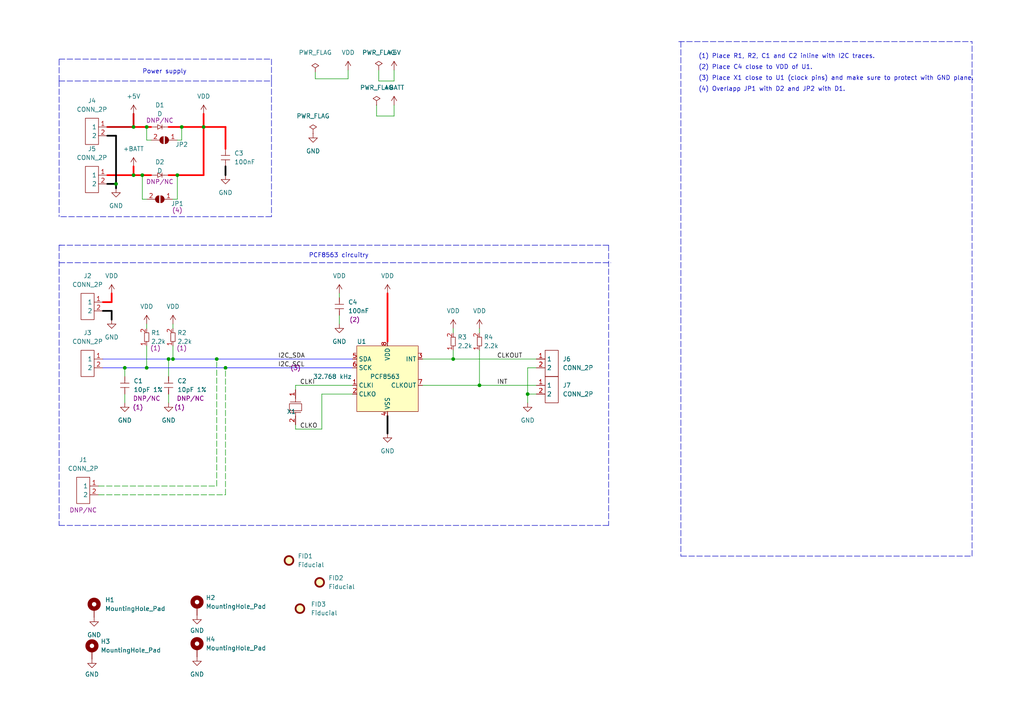
<source format=kicad_sch>
(kicad_sch (version 20211123) (generator eeschema)
  (paper "A4")
  (lib_symbols
    (symbol "C_1" (pin_numbers hide) (pin_names hide)
      (property "Reference" "C" (at 0 2.54 0))
      (property "Value" "C_1" (at 0 -2.54 0))
      (symbol "C_1_0_1"
        (polyline (pts (xy -0.635 0) (xy -1.27 0)))
        (polyline (pts (xy -0.635 1.27) (xy -0.635 -1.27)))
        (polyline (pts (xy 0.635 1.27) (xy 0.635 -1.27)))
        (polyline (pts (xy 1.27 0) (xy 0.635 0)))
      )
      (symbol "C_1_1_1"
        (pin free line (at -2.54 0 0) (length 1.27) (name "1") (number "1"))
        (pin free line (at 2.54 0 180) (length 1.27) (name "2") (number "2"))
      )
    )
    (symbol "C_2" (pin_numbers hide) (pin_names hide)
      (property "Reference" "C" (at 0 2.54 0))
      (property "Value" "C_2" (at 0 -2.54 0))
      (symbol "C_2_0_1"
        (polyline (pts (xy -0.635 0) (xy -1.27 0)))
        (polyline (pts (xy -0.635 1.27) (xy -0.635 -1.27)))
        (polyline (pts (xy 0.635 1.27) (xy 0.635 -1.27)))
        (polyline (pts (xy 1.27 0) (xy 0.635 0)))
      )
      (symbol "C_2_1_1"
        (pin free line (at -2.54 0 0) (length 1.27) (name "1") (number "1"))
        (pin free line (at 2.54 0 180) (length 1.27) (name "2") (number "2"))
      )
    )
    (symbol "C_3" (pin_numbers hide) (pin_names hide)
      (property "Reference" "C" (at 0 2.54 0))
      (property "Value" "C_3" (at 0 -2.54 0))
      (symbol "C_3_0_1"
        (polyline (pts (xy -0.635 0) (xy -1.27 0)))
        (polyline (pts (xy -0.635 1.27) (xy -0.635 -1.27)))
        (polyline (pts (xy 0.635 1.27) (xy 0.635 -1.27)))
        (polyline (pts (xy 1.27 0) (xy 0.635 0)))
      )
      (symbol "C_3_1_1"
        (pin free line (at -2.54 0 0) (length 1.27) (name "1") (number "1"))
        (pin free line (at 2.54 0 180) (length 1.27) (name "2") (number "2"))
      )
    )
    (symbol "D_1" (pin_numbers hide) (pin_names hide)
      (property "Reference" "D" (at 0 1.905 0))
      (property "Value" "D_1" (at 0 -1.905 0))
      (symbol "D_1_0_1"
        (polyline (pts (xy -0.635 0) (xy -1.27 0)))
        (polyline (pts (xy -0.635 0.635) (xy -0.635 -0.635)))
        (polyline (pts (xy 0.635 0.635) (xy 0.635 -0.635)))
        (polyline (pts (xy 1.27 0) (xy 0.635 0)))
        (polyline (pts (xy -0.635 0.635) (xy 0.635 0) (xy -0.635 -0.635)))
      )
      (symbol "D_1_1_1"
        (pin free line (at -2.54 0 0) (length 1.27) (name "1") (number "1"))
        (pin free line (at 2.54 0 180) (length 1.27) (name "2") (number "2"))
      )
    )
    (symbol "Jumper:SolderJumper_2_Open" (pin_names (offset 0) hide)
      (property "Reference" "JP" (at 0 2.032 0))
      (property "Value" "SolderJumper_2_Open" (at 0 -2.54 0))
      (symbol "SolderJumper_2_Open_0_1"
        (arc (start -0.254 1.016) (mid -1.27 0) (end -0.254 -1.016))
        (arc (start -0.254 1.016) (mid -1.27 0) (end -0.254 -1.016) (fill (type outline)))
        (polyline (pts (xy -0.254 1.016) (xy -0.254 -1.016)))
        (polyline (pts (xy 0.254 1.016) (xy 0.254 -1.016)))
        (arc (start 0.254 -1.016) (mid 1.27 0) (end 0.254 1.016))
        (arc (start 0.254 -1.016) (mid 1.27 0) (end 0.254 1.016) (fill (type outline)))
      )
      (symbol "SolderJumper_2_Open_1_1"
        (pin passive line (at -3.81 0 0) (length 2.54) (name "A") (number "1"))
        (pin passive line (at 3.81 0 180) (length 2.54) (name "B") (number "2"))
      )
    )
    (symbol "Mechanical:Fiducial"
      (property "Reference" "FID" (at 0 5.08 0))
      (property "Value" "Fiducial" (at 0 3.175 0))
      (symbol "Fiducial_0_1"
        (circle (center 0 0) (radius 1.27) (stroke (width 0.508)) (fill (type background)))
      )
    )
    (symbol "Mechanical:MountingHole_Pad" (pin_numbers hide) (pin_names (offset 1.016) hide)
      (property "Reference" "H" (at 0 6.35 0))
      (property "Value" "MountingHole_Pad" (at 0 4.445 0))
      (symbol "MountingHole_Pad_0_1"
        (circle (center 0 1.27) (radius 1.27) (stroke (width 1.27)))
      )
      (symbol "MountingHole_Pad_1_1"
        (pin input line (at 0 -2.54 90) (length 2.54) (name "1") (number "1"))
      )
    )
    (symbol "R_1" (pin_names hide)
      (property "Reference" "R" (at -0.635 3.175 0))
      (property "Value" "R_1" (at -0.635 1.27 0))
      (symbol "R_1_0_1"
        (rectangle (start -1.27 0.635) (end 1.27 -0.635))
      )
      (symbol "R_1_1_1"
        (pin free line (at -2.54 0 0) (length 1.27) (name "1") (number "1"))
        (pin free line (at 2.54 0 180) (length 1.27) (name "2") (number "2"))
      )
    )
    (symbol "R_2" (pin_names hide)
      (property "Reference" "R" (at -0.635 3.175 0))
      (property "Value" "R_2" (at -0.635 1.27 0))
      (symbol "R_2_0_1"
        (rectangle (start -1.27 0.635) (end 1.27 -0.635))
      )
      (symbol "R_2_1_1"
        (pin free line (at -2.54 0 0) (length 1.27) (name "1") (number "1"))
        (pin free line (at 2.54 0 180) (length 1.27) (name "2") (number "2"))
      )
    )
    (symbol "R_3" (pin_names hide)
      (property "Reference" "R" (at -0.635 3.175 0))
      (property "Value" "R_3" (at -0.635 1.27 0))
      (symbol "R_3_0_1"
        (rectangle (start -1.27 0.635) (end 1.27 -0.635))
      )
      (symbol "R_3_1_1"
        (pin free line (at -2.54 0 0) (length 1.27) (name "1") (number "1"))
        (pin free line (at 2.54 0 180) (length 1.27) (name "2") (number "2"))
      )
    )
    (symbol "WorkshopSymbols:C" (pin_numbers hide) (pin_names hide)
      (property "Reference" "C" (at 0 2.54 0))
      (property "Value" "C" (at 0 -2.54 0))
      (symbol "C_0_1"
        (polyline (pts (xy -0.635 0) (xy -1.27 0)))
        (polyline (pts (xy -0.635 1.27) (xy -0.635 -1.27)))
        (polyline (pts (xy 0.635 1.27) (xy 0.635 -1.27)))
        (polyline (pts (xy 1.27 0) (xy 0.635 0)))
      )
      (symbol "C_1_1"
        (pin free line (at -2.54 0 0) (length 1.27) (name "1") (number "1"))
        (pin free line (at 2.54 0 180) (length 1.27) (name "2") (number "2"))
      )
    )
    (symbol "WorkshopSymbols:CONN_2P"
      (property "Reference" "J" (at 7.62 1.27 0))
      (property "Value" "CONN_2P" (at 11.43 -1.27 0))
      (symbol "CONN_2P_0_1"
        (rectangle (start 2.54 2.54) (end 6.35 -5.08))
      )
      (symbol "CONN_2P_1_1"
        (pin free line (at 0 0 0) (length 2.54) (name "1") (number "1"))
        (pin free line (at 0 -2.54 0) (length 2.54) (name "2") (number "2"))
      )
    )
    (symbol "WorkshopSymbols:CRYSTAL" (pin_names hide)
      (property "Reference" "X1" (at 1.2701 -2.54 90))
      (property "Value" "CRYSTAL" (at -8.89 5.08 90))
      (property "Remark" "(3)" (at -11.43 0 90))
      (symbol "CRYSTAL_0_1"
        (rectangle (start -1.016 1.778) (end 1.016 -1.778))
        (polyline (pts (xy -2.54 0) (xy -1.524 0)))
        (polyline (pts (xy -1.524 1.524) (xy -1.524 -1.524)))
        (polyline (pts (xy 1.524 1.524) (xy 1.524 -1.524)))
        (polyline (pts (xy 2.54 0) (xy 1.524 0)))
      )
      (symbol "CRYSTAL_1_1"
        (pin passive line (at -5.08 0 0) (length 2.54) (name "1") (number "1"))
        (pin passive line (at 5.08 0 180) (length 2.54) (name "2") (number "2"))
      )
    )
    (symbol "WorkshopSymbols:D" (pin_numbers hide) (pin_names hide)
      (property "Reference" "D" (at 0 1.905 0))
      (property "Value" "D" (at 0 -1.905 0))
      (symbol "D_0_1"
        (polyline (pts (xy -0.635 0) (xy -1.27 0)))
        (polyline (pts (xy -0.635 0.635) (xy -0.635 -0.635)))
        (polyline (pts (xy 0.635 0.635) (xy 0.635 -0.635)))
        (polyline (pts (xy 1.27 0) (xy 0.635 0)))
        (polyline (pts (xy -0.635 0.635) (xy 0.635 0) (xy -0.635 -0.635)))
      )
      (symbol "D_1_1"
        (pin free line (at -2.54 0 0) (length 1.27) (name "1") (number "1"))
        (pin free line (at 2.54 0 180) (length 1.27) (name "2") (number "2"))
      )
    )
    (symbol "WorkshopSymbols:PCF8563"
      (property "Reference" "U1" (at 1.27 5.08 0))
      (property "Value" "PCF8563" (at 5.08 -5.08 0))
      (symbol "PCF8563_0_1"
        (rectangle (start 1.27 3.81) (end 19.05 -15.24) (fill (type background)))
      )
      (symbol "PCF8563_1_1"
        (pin input line (at 0 -7.62 0) (length 1.27) (name "CLKI") (number "1"))
        (pin input line (at 0 -10.16 0) (length 1.27) (name "CLKO") (number "2"))
        (pin open_collector line (at 20.32 0 180) (length 1.27) (name "INT") (number "3"))
        (pin bidirectional line (at 10.16 -16.51 90) (length 1.27) (name "VSS") (number "4"))
        (pin bidirectional line (at 0 0 0) (length 1.27) (name "SDA") (number "5"))
        (pin bidirectional line (at 0 -2.54 0) (length 1.27) (name "SCK") (number "6"))
        (pin open_collector line (at 20.32 -7.62 180) (length 1.27) (name "CLKOUT") (number "7"))
        (pin bidirectional line (at 10.16 5.08 270) (length 1.27) (name "VDD") (number "8"))
      )
    )
    (symbol "WorkshopSymbols:R" (pin_names hide)
      (property "Reference" "R" (at -0.635 3.175 0))
      (property "Value" "R" (at -0.635 1.27 0))
      (symbol "R_0_1"
        (rectangle (start -1.27 0.635) (end 1.27 -0.635))
      )
      (symbol "R_1_1"
        (pin free line (at -2.54 0 0) (length 1.27) (name "1") (number "1"))
        (pin free line (at 2.54 0 180) (length 1.27) (name "2") (number "2"))
      )
    )
    (symbol "power:+5V" (power) (pin_names (offset 0))
      (property "Value" "+5V" (at 0 3.556 0))
      (symbol "+5V_0_1"
        (polyline (pts (xy -0.762 1.27) (xy 0 2.54)))
        (polyline (pts (xy 0 0) (xy 0 2.54)))
        (polyline (pts (xy 0 2.54) (xy 0.762 1.27)))
      )
      (symbol "+5V_1_1"
        (pin power_in line (at 0 0 90) (length 0) hide (name "+5V") (number "1"))
      )
    )
    (symbol "power:+BATT" (power) (pin_names (offset 0))
      (property "Value" "+BATT" (at 0 3.556 0))
      (symbol "+BATT_0_1"
        (polyline (pts (xy -0.762 1.27) (xy 0 2.54)))
        (polyline (pts (xy 0 0) (xy 0 2.54)))
        (polyline (pts (xy 0 2.54) (xy 0.762 1.27)))
      )
      (symbol "+BATT_1_1"
        (pin power_in line (at 0 0 90) (length 0) hide (name "+BATT") (number "1"))
      )
    )
    (symbol "power:GND" (power) (pin_names (offset 0))
      (property "Value" "GND" (at 0 -3.81 0))
      (symbol "GND_0_1"
        (polyline (pts (xy 0 0) (xy 0 -1.27) (xy 1.27 -1.27) (xy 0 -2.54) (xy -1.27 -1.27) (xy 0 -1.27)))
      )
      (symbol "GND_1_1"
        (pin power_in line (at 0 0 270) (length 0) hide (name "GND") (number "1"))
      )
    )
    (symbol "power:PWR_FLAG" (power) (pin_numbers hide) (pin_names (offset 0) hide)
      (property "Value" "PWR_FLAG" (at 0 3.81 0))
      (symbol "PWR_FLAG_0_0"
        (pin power_out line (at 0 0 90) (length 0) (name "pwr") (number "1"))
      )
      (symbol "PWR_FLAG_0_1"
        (polyline (pts (xy 0 0) (xy 0 1.27) (xy -1.016 1.905) (xy 0 2.54) (xy 1.016 1.905) (xy 0 1.27)))
      )
    )
    (symbol "power:VDD" (power) (pin_names (offset 0))
      (property "Value" "VDD" (at 0 3.81 0))
      (symbol "VDD_0_1"
        (polyline (pts (xy -0.762 1.27) (xy 0 2.54)))
        (polyline (pts (xy 0 0) (xy 0 2.54)))
        (polyline (pts (xy 0 2.54) (xy 0.762 1.27)))
      )
      (symbol "VDD_1_1"
        (pin power_in line (at 0 0 90) (length 0) hide (name "VDD") (number "1"))
      )
    )
  )
  (junction (at 62.865 104.14))
  (junction (at 52.705 36.83))
  (junction (at 131.445 104.14))
  (junction (at 41.275 50.8))
  (junction (at 65.405 106.68))
  (junction (at 50.165 104.14))
  (junction (at 33.655 53.34))
  (junction (at 51.435 50.8))
  (junction (at 48.895 104.14))
  (junction (at 42.545 106.68))
  (junction (at 38.735 36.83))
  (junction (at 153.035 114.3))
  (junction (at 139.065 111.76))
  (junction (at 38.735 50.8))
  (junction (at 59.055 36.83))
  (junction (at 42.545 36.83))
  (junction (at 36.195 106.68))
  (wire (pts (xy 109.22 33.655) (xy 114.3 33.655)))
  (wire (pts (xy 42.545 100.33) (xy 42.545 106.68)))
  (wire (pts (xy 48.895 104.14) (xy 48.895 109.22)))
  (wire (pts (xy 52.705 36.83) (xy 59.055 36.83)) (stroke (width 0.5) (color 255 0 0 1)))
  (wire (pts (xy 153.035 114.3) (xy 153.035 106.68)))
  (wire (pts (xy 29.845 87.63) (xy 32.385 87.63)) (stroke (width 0.5) (color 255 0 0 1)))
  (wire (pts (xy 65.405 143.51) (xy 65.405 106.68)) (stroke (width 0) (type dash)))
  (polyline (pts (xy 176.53 152.4) (xy 17.145 152.4)))
  (wire (pts (xy 91.44 22.86) (xy 100.965 22.86)))
  (polyline (pts (xy 78.74 62.865) (xy 17.145 62.865)))
  (polyline (pts (xy 17.145 23.495) (xy 17.145 62.865)))
  (wire (pts (xy 51.435 50.8) (xy 59.055 50.8)) (stroke (width 0.5) (color 255 0 0 1)))
  (polyline (pts (xy 17.145 23.495) (xy 78.74 23.495)))
  (wire (pts (xy 43.815 40.64) (xy 42.545 40.64)))
  (wire (pts (xy 65.405 36.83) (xy 65.405 43.18)) (stroke (width 0.5) (color 255 0 0 1)))
  (wire (pts (xy 114.3 33.655) (xy 114.3 30.48)))
  (wire (pts (xy 38.735 50.8) (xy 41.275 50.8)) (stroke (width 0.5) (color 255 0 0 1)))
  (wire (pts (xy 48.895 50.8) (xy 51.435 50.8)) (stroke (width 0.5) (color 255 0 0 1)))
  (wire (pts (xy 29.845 104.14) (xy 48.895 104.14)) (stroke (width 0) (color 0 0 255 1)))
  (wire (pts (xy 139.065 101.6) (xy 139.065 111.76)))
  (polyline (pts (xy 78.74 23.495) (xy 78.74 62.865)))
  (wire (pts (xy 122.555 111.76) (xy 139.065 111.76)))
  (wire (pts (xy 131.445 101.6) (xy 131.445 104.14)))
  (polyline (pts (xy 78.74 17.145) (xy 78.74 23.495)))
  (wire (pts (xy 48.895 104.14) (xy 50.165 104.14)) (stroke (width 0) (color 0 0 255 1)))
  (wire (pts (xy 31.115 50.8) (xy 38.735 50.8)) (stroke (width 0.5) (color 255 0 0 1)))
  (wire (pts (xy 41.275 50.8) (xy 41.275 57.785)))
  (wire (pts (xy 50.165 93.98) (xy 50.165 95.25)))
  (wire (pts (xy 36.195 106.68) (xy 36.195 109.22)))
  (wire (pts (xy 91.44 20.955) (xy 91.44 22.86)))
  (wire (pts (xy 59.055 50.8) (xy 59.055 36.83)) (stroke (width 0.5) (color 255 0 0 1)))
  (polyline (pts (xy 281.94 161.29) (xy 281.94 12.065)))
  (wire (pts (xy 65.405 36.83) (xy 59.055 36.83)) (stroke (width 0.5) (color 255 0 0 1)))
  (wire (pts (xy 36.195 114.3) (xy 36.195 116.84)))
  (polyline (pts (xy 176.53 71.12) (xy 176.53 152.4)))
  (wire (pts (xy 51.435 40.64) (xy 52.705 40.64)))
  (wire (pts (xy 62.865 140.97) (xy 62.865 104.14)) (stroke (width 0) (type dash)))
  (wire (pts (xy 51.435 57.785) (xy 50.165 57.785)))
  (wire (pts (xy 114.3 20.32) (xy 114.3 23.495)))
  (wire (pts (xy 41.275 50.8) (xy 43.815 50.8)) (stroke (width 0.5) (color 255 0 0 1)))
  (polyline (pts (xy 197.485 12.065) (xy 197.485 161.29)))
  (wire (pts (xy 85.725 113.03) (xy 85.725 111.76)))
  (wire (pts (xy 32.385 90.17) (xy 29.845 90.17)) (stroke (width 0.5) (color 0 0 0 1)))
  (wire (pts (xy 153.035 116.84) (xy 153.035 114.3)))
  (wire (pts (xy 153.035 114.3) (xy 155.575 114.3)))
  (polyline (pts (xy 17.145 71.12) (xy 17.145 152.4)))
  (wire (pts (xy 48.895 36.83) (xy 52.705 36.83)) (stroke (width 0.5) (color 255 0 0 1)))
  (wire (pts (xy 31.115 53.34) (xy 33.655 53.34)) (stroke (width 0.5) (color 0 0 0 1)))
  (polyline (pts (xy 197.485 161.29) (xy 281.94 161.29)))
  (wire (pts (xy 112.395 125.73) (xy 112.395 120.65)) (stroke (width 0.5) (color 0 0 0 1)))
  (wire (pts (xy 48.895 114.3) (xy 48.895 116.84)))
  (wire (pts (xy 98.425 93.98) (xy 98.425 91.44)))
  (wire (pts (xy 65.405 48.26) (xy 65.405 50.8)) (stroke (width 0.5) (color 0 0 0 1)))
  (wire (pts (xy 112.395 85.09) (xy 112.395 99.06)) (stroke (width 0.5) (color 255 0 0 1)))
  (wire (pts (xy 32.385 87.63) (xy 32.385 85.09)) (stroke (width 0.5) (color 255 0 0 1)))
  (polyline (pts (xy 17.145 71.12) (xy 176.53 71.12)))
  (wire (pts (xy 50.165 104.14) (xy 62.865 104.14)) (stroke (width 0) (color 0 0 255 1)))
  (wire (pts (xy 42.545 106.68) (xy 65.405 106.68)) (stroke (width 0) (color 0 0 255 1)))
  (wire (pts (xy 36.195 106.68) (xy 42.545 106.68)) (stroke (width 0) (color 0 0 255 1)))
  (polyline (pts (xy 17.145 71.12) (xy 17.78 71.12)))
  (wire (pts (xy 42.545 93.98) (xy 42.545 95.25)))
  (wire (pts (xy 100.965 22.86) (xy 100.965 20.32)))
  (wire (pts (xy 65.405 106.68) (xy 102.235 106.68)) (stroke (width 0) (color 0 0 255 1)))
  (wire (pts (xy 139.065 95.25) (xy 139.065 96.52)))
  (wire (pts (xy 85.725 124.46) (xy 85.725 123.19)))
  (wire (pts (xy 109.855 23.495) (xy 114.3 23.495)))
  (wire (pts (xy 109.22 30.48) (xy 109.22 33.655)))
  (wire (pts (xy 93.345 124.46) (xy 85.725 124.46)))
  (wire (pts (xy 51.435 50.8) (xy 51.435 57.785)))
  (wire (pts (xy 52.705 40.64) (xy 52.705 36.83)))
  (polyline (pts (xy 17.145 23.495) (xy 17.145 17.145)))
  (wire (pts (xy 62.865 104.14) (xy 102.235 104.14)) (stroke (width 0) (color 0 0 255 1)))
  (wire (pts (xy 122.555 104.14) (xy 131.445 104.14)))
  (polyline (pts (xy 17.145 17.145) (xy 78.74 17.145)))
  (wire (pts (xy 28.575 143.51) (xy 65.405 143.51)) (stroke (width 0) (type dash)))
  (wire (pts (xy 131.445 104.14) (xy 155.575 104.14)))
  (wire (pts (xy 139.065 111.76) (xy 155.575 111.76)))
  (wire (pts (xy 33.655 53.34) (xy 33.655 39.37)) (stroke (width 0.5) (color 0 0 0 1)))
  (wire (pts (xy 59.055 36.83) (xy 59.055 33.02)) (stroke (width 0.5) (color 255 0 0 1)))
  (wire (pts (xy 29.845 106.68) (xy 36.195 106.68)) (stroke (width 0) (color 0 0 255 1)))
  (wire (pts (xy 38.735 33.02) (xy 38.735 36.83)) (stroke (width 0.5) (color 194 0 0 1)))
  (wire (pts (xy 31.115 36.83) (xy 38.735 36.83)) (stroke (width 0.5) (color 194 0 0 1)))
  (wire (pts (xy 102.235 114.3) (xy 93.345 114.3)))
  (wire (pts (xy 42.545 40.64) (xy 42.545 36.83)))
  (wire (pts (xy 42.545 57.785) (xy 41.275 57.785)))
  (wire (pts (xy 42.545 36.83) (xy 43.815 36.83)) (stroke (width 0.5) (color 255 0 0 1)))
  (wire (pts (xy 50.165 100.33) (xy 50.165 104.14)))
  (wire (pts (xy 85.725 111.76) (xy 102.235 111.76)))
  (polyline (pts (xy 196.85 12.065) (xy 281.94 12.065)))
  (wire (pts (xy 38.735 48.26) (xy 38.735 50.8)) (stroke (width 0.5) (color 255 0 0 1)))
  (wire (pts (xy 38.735 36.83) (xy 42.545 36.83)) (stroke (width 0.5) (color 255 0 0 1)))
  (wire (pts (xy 109.855 20.32) (xy 109.855 23.495)))
  (wire (pts (xy 32.385 92.71) (xy 32.385 90.17)) (stroke (width 0.5) (color 0 0 0 1)))
  (wire (pts (xy 28.575 140.97) (xy 62.865 140.97)) (stroke (width 0) (type dash)))
  (wire (pts (xy 153.035 106.68) (xy 155.575 106.68)))
  (wire (pts (xy 33.655 39.37) (xy 31.115 39.37)) (stroke (width 0.5) (color 0 0 0 1)))
  (wire (pts (xy 33.655 54.61) (xy 33.655 53.34)) (stroke (width 0.5) (color 0 0 0 1)))
  (wire (pts (xy 98.425 85.09) (xy 98.425 86.36)))
  (wire (pts (xy 93.345 114.3) (xy 93.345 124.46)))
  (polyline (pts (xy 17.145 76.2) (xy 177.165 76.2)))
  (wire (pts (xy 131.445 95.25) (xy 131.445 96.52)))
  (text "Power supply" (at 41.275 21.59 0) (effects (font (size 1.27 1.27)) (justify left bottom)))
  (text "(1) Place R1, R2, C1 and C2 inline with I2C traces. " (at 202.565 17.145 0) (effects (font (size 1.27 1.27)) (justify left bottom)))
  (text "(2) Place C4 close to VDD of U1." (at 202.565 20.32 0) (effects (font (size 1.27 1.27)) (justify left bottom)))
  (text "(3) Place X1 close to U1 (clock pins) and make sure to protect with GND plane." (at 202.565 23.495 0) (effects (font (size 1.27 1.27)) (justify left bottom)))
  (text "PCF8563 circuitry" (at 89.535 74.93 0) (effects (font (size 1.27 1.27)) (justify left bottom)))
  (text "(4) Overlapp JP1 with D2 and JP2 with D1." (at 202.565 26.67 0) (effects (font (size 1.27 1.27)) (justify left bottom)))
  (label "INT" (at 144.145 111.76 0))
  (label "CLKI" (at 86.995 111.76 0))
  (label "CLKOUT" (at 144.145 104.14 0))
  (label "CLKO" (at 86.995 124.46 0))
  (label "I2C_SCL" (at 80.645 106.68 0))
  (label "I2C_SDA" (at 80.645 104.14 0))
  (symbol (lib_id "power:VDD") (at 59.055 33.02 0) (unit 1)
    (property "Reference" "#PWR0113" (effects hide))
    (property "Value" "VDD" (at 59.055 27.94 0))
  )
  (symbol (lib_id "power:+BATT") (at 38.735 48.26 0) (unit 1)
    (property "Reference" "#PWR0115" (effects hide))
    (property "Value" "+BATT" (at 38.735 43.18 0))
  )
  (symbol (lib_id "Mechanical:MountingHole_Pad") (at 27.305 176.53 0) (unit 1)
    (property "Reference" "H1" (at 30.48 173.9899 0) (effects (justify left)))
    (property "Value" "MountingHole_Pad" (at 30.48 176.5299 0) (effects (justify left)))
  )
  (symbol (lib_id "power:PWR_FLAG") (at 91.44 20.955 0) (unit 1)
    (property "Reference" "#FLG0102" (effects hide))
    (property "Value" "PWR_FLAG" (at 91.44 15.24 0))
  )
  (symbol (lib_id "power:VDD") (at 50.165 93.98 0) (unit 1)
    (property "Reference" "#PWR0104" (effects hide))
    (property "Value" "VDD" (at 50.165 88.9 0))
  )
  (symbol (lib_id "Jumper:SolderJumper_2_Open") (at 47.625 40.64 180) (unit 1)
    (property "Reference" "JP2" (at 52.705 41.91 0))
    (property "Value" "SolderJumper_2_Open" (effects hide))
    (property "SMT" "Solder" (effects hide))
  )
  (symbol (lib_id "power:GND") (at 36.195 116.84 0) (unit 1)
    (property "Reference" "#PWR0106" (effects hide))
    (property "Value" "GND" (at 36.195 121.92 0))
  )
  (symbol (lib_name "D_1") (lib_id "WorkshopSymbols:D") (at 46.355 50.8 0) (unit 1)
    (property "Reference" "D2" (at 46.355 46.99 0))
    (property "Value" "D" (at 46.355 49.53 0))
    (property "Footprint" "workshop_footprints:D0603" (effects hide))
    (property "SMT" "DNP/NC" (at 46.355 52.705 0))
  )
  (symbol (lib_id "Mechanical:MountingHole_Pad") (at 57.15 187.96 0) (unit 1)
    (property "Reference" "H4" (at 59.69 185.4199 0) (effects (justify left)))
    (property "Value" "MountingHole_Pad" (at 59.69 187.9599 0) (effects (justify left)))
  )
  (symbol (lib_id "power:GND") (at 48.895 116.84 0) (unit 1)
    (property "Reference" "#PWR0105" (effects hide))
    (property "Value" "GND" (at 48.895 121.92 0))
  )
  (symbol (lib_id "power:GND") (at 26.67 191.135 0) (unit 1)
    (property "Reference" "#PWR0122" (effects hide))
    (property "Value" "GND" (at 26.67 195.58 0))
  )
  (symbol (lib_name "R_1") (lib_id "WorkshopSymbols:R") (at 42.545 97.79 90) (unit 1)
    (property "Reference" "R1" (at 43.815 96.5199 90) (effects (justify right)))
    (property "Value" "2.2k" (at 43.815 99.0599 90) (effects (justify right)))
    (property "Footprint" "workshop_footprints:R0603" (effects hide))
    (property "SMT" "Yes" (effects hide))
    (property "Remark" "(1)" (at 45.085 100.965 90))
  )
  (symbol (lib_id "power:GND") (at 153.035 116.84 0) (unit 1)
    (property "Reference" "#PWR0108" (effects hide))
    (property "Value" "GND" (at 153.035 121.92 0))
  )
  (symbol (lib_id "power:+5V") (at 38.735 33.02 0) (unit 1)
    (property "Reference" "#PWR0112" (effects hide))
    (property "Value" "+5V" (at 38.735 27.94 0))
  )
  (symbol (lib_id "power:VDD") (at 139.065 95.25 0) (unit 1)
    (property "Reference" "#PWR0110" (effects hide))
    (property "Value" "VDD" (at 139.065 90.17 0))
  )
  (symbol (lib_id "power:VDD") (at 112.395 85.09 0) (unit 1)
    (property "Reference" "#PWR0107" (effects hide))
    (property "Value" "VDD" (at 112.395 80.01 0))
  )
  (symbol (lib_id "power:GND") (at 32.385 92.71 0) (unit 1)
    (property "Reference" "#PWR0101" (effects hide))
    (property "Value" "GND" (at 32.385 97.79 0))
  )
  (symbol (lib_id "WorkshopSymbols:CONN_2P") (at 29.845 87.63 0) (mirror y) (unit 1)
    (property "Reference" "J2" (at 25.4 80.01 0))
    (property "Value" "CONN_2P" (at 25.4 82.55 0))
    (property "SMT" "Yes" (effects hide))
  )
  (symbol (lib_id "power:PWR_FLAG") (at 109.855 20.32 0) (unit 1)
    (property "Reference" "#FLG0103" (effects hide))
    (property "Value" "PWR_FLAG" (at 109.855 15.24 0))
  )
  (symbol (lib_id "WorkshopSymbols:C") (at 65.405 45.72 90) (unit 1)
    (property "Reference" "C3" (at 67.945 44.4499 90) (effects (justify right)))
    (property "Value" "100nF" (at 67.945 46.9899 90) (effects (justify right)))
    (property "Footprint" "workshop_footprints:C0603" (effects hide))
    (property "SMT" "Yes" (effects hide))
  )
  (symbol (lib_id "WorkshopSymbols:PCF8563") (at 102.235 104.14 0) (unit 1)
    (property "Reference" "U1" (at 103.505 99.06 0) (effects (justify left)))
    (property "Value" "PCF8563" (at 107.315 109.22 0) (effects (justify left)))
    (property "SMT" "Yes" (effects hide))
  )
  (symbol (lib_id "power:GND") (at 57.15 178.435 0) (unit 1)
    (property "Reference" "#PWR0119" (effects hide))
    (property "Value" "GND" (at 57.15 182.88 0))
  )
  (symbol (lib_id "WorkshopSymbols:CONN_2P") (at 31.115 36.83 0) (mirror y) (unit 1)
    (property "Reference" "J4" (at 26.67 29.21 0))
    (property "Value" "CONN_2P" (at 26.67 31.75 0))
    (property "SMT" "Yes" (effects hide))
  )
  (symbol (lib_name "R_3") (lib_id "WorkshopSymbols:R") (at 139.065 99.06 90) (unit 1)
    (property "Reference" "R4" (at 140.335 97.7899 90) (effects (justify right)))
    (property "Value" "2.2k" (at 140.335 100.3299 90) (effects (justify right)))
    (property "Footprint" "workshop_footprints:R0603" (effects hide))
    (property "SMT" "Yes" (effects hide))
  )
  (symbol (lib_id "Jumper:SolderJumper_2_Open") (at 46.355 57.785 180) (unit 1)
    (property "Reference" "JP1" (at 51.435 59.055 0))
    (property "Value" "SolderJumper_2_Open" (effects hide))
    (property "SMT" "Solder" (effects hide))
    (property "Remark" "(4)" (at 51.435 60.96 0))
  )
  (symbol (lib_id "power:+5V") (at 114.3 20.32 0) (unit 1)
    (property "Reference" "#PWR0123" (effects hide))
    (property "Value" "+5V" (at 114.3 15.24 0))
  )
  (symbol (lib_id "power:VDD") (at 98.425 85.09 0) (unit 1)
    (property "Reference" "#PWR01" (effects hide))
    (property "Value" "VDD" (at 98.425 80.01 0))
  )
  (symbol (lib_id "Mechanical:Fiducial") (at 83.82 162.56 0) (unit 1)
    (property "Reference" "FID1" (at 86.36 161.2899 0) (effects (justify left)))
    (property "Value" "Fiducial" (at 86.36 163.8299 0) (effects (justify left)))
  )
  (symbol (lib_id "power:PWR_FLAG") (at 109.22 30.48 0) (unit 1)
    (property "Reference" "#FLG0104" (effects hide))
    (property "Value" "PWR_FLAG" (at 109.22 25.4 0))
  )
  (symbol (lib_id "WorkshopSymbols:CRYSTAL") (at 85.725 118.11 270) (unit 1)
    (property "Reference" "X1" (at 83.185 119.3801 90) (effects (justify left)))
    (property "Value" "32.768 kHz" (at 90.805 109.22 90) (effects (justify left)))
    (property "Footprint" "workshop_footprints:CRYSTAL_DT38" (effects hide))
    (property "SMT" "Yes" (effects hide))
    (property "Remark" "(3)" (at 85.725 106.68 90))
  )
  (symbol (lib_name "C_1") (lib_id "WorkshopSymbols:C") (at 36.195 111.76 90) (unit 1)
    (property "Reference" "C1" (at 38.735 110.4899 90) (effects (justify right)))
    (property "Value" "10pF 1%" (at 38.735 113.0299 90) (effects (justify right)))
    (property "Footprint" "workshop_footprints:C0603" (effects hide))
    (property "SMT" "DNP/NC" (at 42.545 115.57 90))
    (property "Remark" "(1)" (at 40.005 118.11 90))
  )
  (symbol (lib_id "Mechanical:Fiducial") (at 86.995 176.53 0) (unit 1)
    (property "Reference" "FID3" (at 90.17 175.2599 0) (effects (justify left)))
    (property "Value" "Fiducial" (at 90.17 177.7999 0) (effects (justify left)))
  )
  (symbol (lib_name "R_2") (lib_id "WorkshopSymbols:R") (at 50.165 97.79 90) (unit 1)
    (property "Reference" "R2" (at 51.435 96.5199 90) (effects (justify right)))
    (property "Value" "2.2k" (at 51.435 99.0599 90) (effects (justify right)))
    (property "Footprint" "workshop_footprints:R0603" (effects hide))
    (property "SMT" "Yes" (effects hide))
    (property "Remark" "(1)" (at 52.705 100.965 90))
  )
  (symbol (lib_id "WorkshopSymbols:CONN_2P") (at 155.575 104.14 0) (unit 1)
    (property "Reference" "J6" (at 163.195 104.1399 0) (effects (justify left)))
    (property "Value" "CONN_2P" (at 163.195 106.6799 0) (effects (justify left)))
    (property "SMT" "Yes" (effects hide))
  )
  (symbol (lib_id "WorkshopSymbols:CONN_2P") (at 31.115 50.8 0) (mirror y) (unit 1)
    (property "Reference" "J5" (at 26.67 43.18 0))
    (property "Value" "CONN_2P" (at 26.67 45.72 0))
    (property "SMT" "Yes" (effects hide))
  )
  (symbol (lib_name "C_3") (lib_id "WorkshopSymbols:C") (at 98.425 88.9 90) (unit 1)
    (property "Reference" "C4" (at 100.965 87.6299 90) (effects (justify right)))
    (property "Value" "100nF" (at 100.965 90.1699 90) (effects (justify right)))
    (property "Footprint" "workshop_footprints:C0603" (effects hide))
    (property "SMT" "Yes" (effects hide))
    (property "Remark" "(2)" (at 102.87 92.71 90))
  )
  (symbol (lib_name "C_2") (lib_id "WorkshopSymbols:C") (at 48.895 111.76 90) (unit 1)
    (property "Reference" "C2" (at 51.435 110.4899 90) (effects (justify right)))
    (property "Value" "10pF 1%" (at 51.435 113.0299 90) (effects (justify right)))
    (property "Footprint" "workshop_footprints:C0603" (effects hide))
    (property "SMT" "DNP/NC" (at 55.245 115.57 90))
    (property "Remark" "(1)" (at 52.07 118.11 90))
  )
  (symbol (lib_id "power:GND") (at 65.405 50.8 0) (unit 1)
    (property "Reference" "#PWR0114" (effects hide))
    (property "Value" "GND" (at 65.405 55.88 0))
  )
  (symbol (lib_id "power:GND") (at 90.805 38.735 0) (unit 1)
    (property "Reference" "#PWR0117" (effects hide))
    (property "Value" "GND" (at 90.805 43.815 0))
  )
  (symbol (lib_id "power:GND") (at 98.425 93.98 0) (unit 1)
    (property "Reference" "#PWR02" (effects hide))
    (property "Value" "GND" (at 98.425 99.06 0))
  )
  (symbol (lib_id "power:VDD") (at 100.965 20.32 0) (unit 1)
    (property "Reference" "#PWR0118" (effects hide))
    (property "Value" "VDD" (at 100.965 15.24 0))
  )
  (symbol (lib_id "power:GND") (at 57.15 190.5 0) (unit 1)
    (property "Reference" "#PWR0120" (effects hide))
    (property "Value" "GND" (at 57.15 195.58 0))
  )
  (symbol (lib_id "power:GND") (at 33.655 54.61 0) (unit 1)
    (property "Reference" "#PWR0111" (effects hide))
    (property "Value" "GND" (at 33.655 59.69 0))
  )
  (symbol (lib_id "power:GND") (at 27.305 179.07 0) (unit 1)
    (property "Reference" "#PWR0121" (effects hide))
    (property "Value" "GND" (at 27.305 184.15 0))
  )
  (symbol (lib_id "power:VDD") (at 42.545 93.98 0) (unit 1)
    (property "Reference" "#PWR0103" (effects hide))
    (property "Value" "VDD" (at 42.545 88.9 0))
  )
  (symbol (lib_id "power:PWR_FLAG") (at 90.805 38.735 0) (unit 1)
    (property "Reference" "#FLG0101" (effects hide))
    (property "Value" "PWR_FLAG" (at 90.805 33.655 0))
  )
  (symbol (lib_id "power:+BATT") (at 114.3 30.48 0) (unit 1)
    (property "Reference" "#PWR0124" (effects hide))
    (property "Value" "+BATT" (at 114.3 25.4 0))
  )
  (symbol (lib_id "Mechanical:MountingHole_Pad") (at 57.15 175.895 0) (unit 1)
    (property "Reference" "H2" (at 59.69 173.3549 0) (effects (justify left)))
    (property "Value" "MountingHole_Pad" (at 59.69 175.8949 0) (effects (justify left)))
  )
  (symbol (lib_id "WorkshopSymbols:CONN_2P") (at 28.575 140.97 0) (mirror y) (unit 1)
    (property "Reference" "J1" (at 24.13 133.35 0))
    (property "Value" "CONN_2P" (at 24.13 135.89 0))
    (property "SMT" "DNP/NC" (at 24.13 147.955 0))
  )
  (symbol (lib_id "power:VDD") (at 32.385 85.09 0) (unit 1)
    (property "Reference" "#PWR0102" (effects hide))
    (property "Value" "VDD" (at 32.385 80.01 0))
  )
  (symbol (lib_id "power:VDD") (at 131.445 95.25 0) (unit 1)
    (property "Reference" "#PWR0109" (effects hide))
    (property "Value" "VDD" (at 131.445 90.17 0))
  )
  (symbol (lib_id "power:GND") (at 112.395 125.73 0) (unit 1)
    (property "Reference" "#PWR0116" (effects hide))
    (property "Value" "GND" (at 112.395 130.81 0))
  )
  (symbol (lib_id "WorkshopSymbols:CONN_2P") (at 155.575 111.76 0) (unit 1)
    (property "Reference" "J7" (at 163.195 111.7599 0) (effects (justify left)))
    (property "Value" "CONN_2P" (at 163.195 114.2999 0) (effects (justify left)))
    (property "SMT" "Yes" (effects hide))
  )
  (symbol (lib_id "WorkshopSymbols:R") (at 131.445 99.06 90) (unit 1)
    (property "Reference" "R3" (at 132.715 97.7899 90) (effects (justify right)))
    (property "Value" "2.2k" (at 132.715 100.3299 90) (effects (justify right)))
    (property "Footprint" "workshop_footprints:R0603" (effects hide))
    (property "SMT" "Yes" (effects hide))
  )
  (symbol (lib_id "WorkshopSymbols:CONN_2P") (at 29.845 104.14 0) (mirror y) (unit 1)
    (property "Reference" "J3" (at 25.4 96.52 0))
    (property "Value" "CONN_2P" (at 25.4 99.06 0))
    (property "SMT" "Yes" (effects hide))
  )
  (symbol (lib_id "Mechanical:Fiducial") (at 92.71 168.91 0) (unit 1)
    (property "Reference" "FID2" (at 95.25 167.6399 0) (effects (justify left)))
    (property "Value" "Fiducial" (at 95.25 170.1799 0) (effects (justify left)))
  )
  (symbol (lib_id "Mechanical:MountingHole_Pad") (at 26.67 188.595 0) (unit 1)
    (property "Reference" "H3" (at 29.21 186.0549 0) (effects (justify left)))
    (property "Value" "MountingHole_Pad" (at 29.21 188.5949 0) (effects (justify left)))
  )
  (symbol (lib_id "WorkshopSymbols:D") (at 46.355 36.83 0) (unit 1)
    (property "Reference" "D1" (at 46.355 30.48 0))
    (property "Value" "D" (at 46.355 33.02 0))
    (property "Footprint" "workshop_footprints:D0603" (effects hide))
    (property "SMT" "DNP/NC" (at 46.355 34.925 0))
  )
)
</source>
